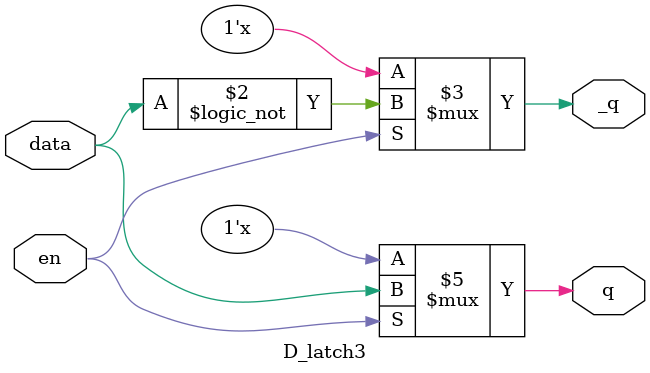
<source format=v>
module D_latch3 (
output q, _q,
input data,en // LatchInput// Data Input 
//reset  , // Reset input
);

//------------Internal Variables--------
reg q;
reg _q;

//-------------Code Starts Here---------
always @ (en or data)
if (en) begin
  q <= data;
  _q <= !data;
end

endmodule //End Of Module dlatch_reset

</source>
